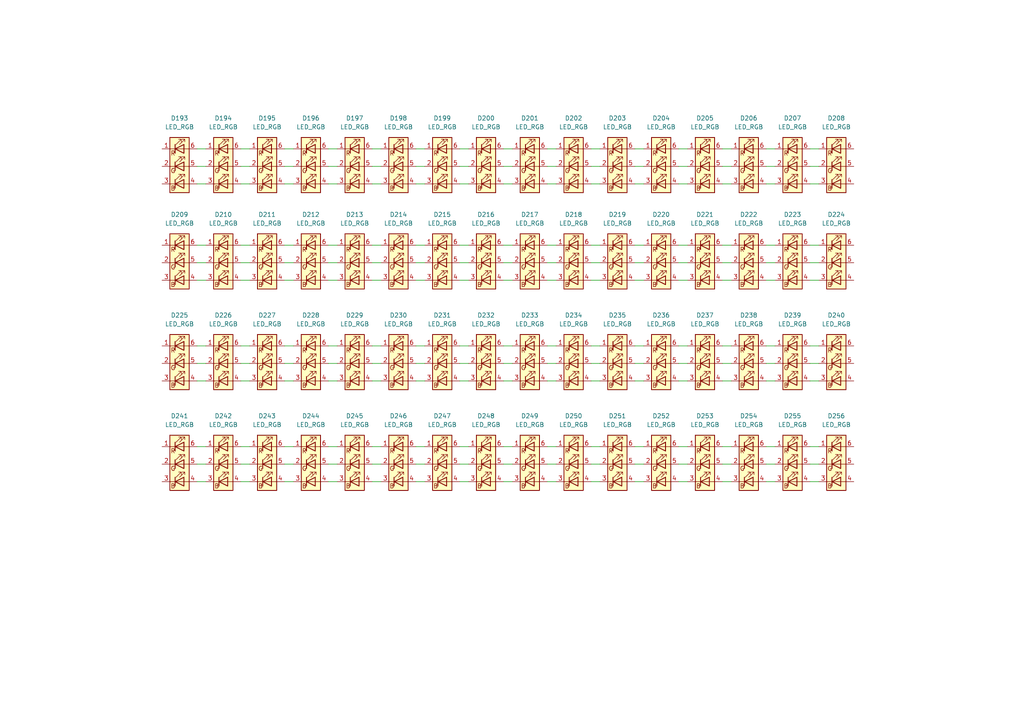
<source format=kicad_sch>
(kicad_sch (version 20250114) (generator "eeschema") (generator_version "9.0")
  (paper "A4")
  (lib_symbols
    (symbol "Device:LED_RGB" (pin_names (offset 0) (hide yes))
      (property "Reference" "D" (at 0 9.398 0))
      (property "Value" "LED_RGB" (at 0 -8.89 0))
      (symbol "LED_RGB_0_0"
        (text "R" (at -1.905 3.81 0) (effects (font (size 1.27 1.27))))
        (text "G" (at -1.905 -1.27 0) (effects (font (size 1.27 1.27))))
        (text "B" (at -1.905 -6.35 0) (effects (font (size 1.27 1.27))))
      )
      (symbol "LED_RGB_0_1"
        (polyline (pts (xy -1.27 6.35) (xy -1.27 3.81)) (stroke (width 0.254)))
        (polyline (pts (xy -1.27 6.35) (xy -1.27 3.81) (xy -1.27 3.81)))
        (polyline (pts (xy -1.27 5.08) (xy -2.54 5.08)))
        (polyline (pts (xy -1.27 5.08) (xy 1.27 5.08)))
        (polyline (pts (xy -1.27 1.27) (xy -1.27 -1.27)) (stroke (width 0.254)))
        (polyline (pts (xy -1.27 1.27) (xy -1.27 -1.27) (xy -1.27 -1.27)))
        (polyline (pts (xy -1.27 0) (xy -2.54 0)))
        (polyline (pts (xy -1.27 -3.81) (xy -1.27 -6.35)) (stroke (width 0.254)))
        (polyline (pts (xy -1.27 -5.08) (xy -2.54 -5.08)))
        (polyline (pts (xy -1.27 -5.08) (xy 1.27 -5.08)))
        (polyline (pts (xy -1.016 6.35) (xy 0.508 7.874) (xy -0.254 7.874) (xy 0.508 7.874) (xy 0.508 7.112)))
        (polyline (pts (xy -1.016 1.27) (xy 0.508 2.794) (xy -0.254 2.794) (xy 0.508 2.794) (xy 0.508 2.032)))
        (polyline (pts (xy -1.016 -3.81) (xy 0.508 -2.286) (xy -0.254 -2.286) (xy 0.508 -2.286) (xy 0.508 -3.048)))
        (polyline (pts (xy 0 6.35) (xy 1.524 7.874) (xy 0.762 7.874) (xy 1.524 7.874) (xy 1.524 7.112)))
        (polyline (pts (xy 0 1.27) (xy 1.524 2.794) (xy 0.762 2.794) (xy 1.524 2.794) (xy 1.524 2.032)))
        (polyline (pts (xy 0 -3.81) (xy 1.524 -2.286) (xy 0.762 -2.286) (xy 1.524 -2.286) (xy 1.524 -3.048)))
        (polyline (pts (xy 1.27 6.35) (xy 1.27 3.81) (xy -1.27 5.08) (xy 1.27 6.35)) (stroke (width 0.254)))
        (rectangle (start 1.27 6.35) (end 1.27 6.35))
        (polyline (pts (xy 1.27 5.08) (xy 2.54 5.08)))
        (rectangle (start 1.27 3.81) (end 1.27 6.35))
        (polyline (pts (xy 1.27 1.27) (xy 1.27 -1.27) (xy -1.27 0) (xy 1.27 1.27)) (stroke (width 0.254)))
        (rectangle (start 1.27 1.27) (end 1.27 1.27))
        (polyline (pts (xy 1.27 0) (xy -1.27 0)))
        (polyline (pts (xy 1.27 0) (xy 2.54 0)))
        (rectangle (start 1.27 -1.27) (end 1.27 1.27))
        (polyline (pts (xy 1.27 -3.81) (xy 1.27 -6.35) (xy -1.27 -5.08) (xy 1.27 -3.81)) (stroke (width 0.254)))
        (polyline (pts (xy 1.27 -5.08) (xy 2.54 -5.08)))
        (rectangle (start 2.794 8.382) (end -2.794 -7.62) (stroke (width 0.254)) (fill (type background)))
      )
      (symbol "LED_RGB_1_1"
        (pin passive line (at -5.08 5.08 0) (length 2.54) (name "RK") (number "1"))
        (pin passive line (at -5.08 0 0) (length 2.54) (name "GK") (number "2"))
        (pin passive line (at -5.08 -5.08 0) (length 2.54) (name "BK") (number "3"))
        (pin passive line (at 5.08 5.08 180) (length 2.54) (name "RA") (number "6"))
        (pin passive line (at 5.08 0 180) (length 2.54) (name "GA") (number "5"))
        (pin passive line (at 5.08 -5.08 180) (length 2.54) (name "BA") (number "4"))
      )
    )
  )
  (wire (pts (xy 148.59 48.26) (xy 146.05 48.26)))
  (wire (pts (xy 97.79 105.41) (xy 95.25 105.41)))
  (wire (pts (xy 97.79 129.54) (xy 95.25 129.54)))
  (wire (pts (xy 85.09 139.7) (xy 82.55 139.7)))
  (wire (pts (xy 161.29 105.41) (xy 158.75 105.41)))
  (wire (pts (xy 237.49 129.54) (xy 234.95 129.54)))
  (wire (pts (xy 148.59 43.18) (xy 146.05 43.18)))
  (wire (pts (xy 59.69 139.7) (xy 57.15 139.7)))
  (wire (pts (xy 72.39 81.28) (xy 69.85 81.28)))
  (wire (pts (xy 173.99 81.28) (xy 171.45 81.28)))
  (wire (pts (xy 148.59 139.7) (xy 146.05 139.7)))
  (wire (pts (xy 135.89 129.54) (xy 133.35 129.54)))
  (wire (pts (xy 186.69 100.33) (xy 184.15 100.33)))
  (wire (pts (xy 135.89 48.26) (xy 133.35 48.26)))
  (wire (pts (xy 237.49 110.49) (xy 234.95 110.49)))
  (wire (pts (xy 85.09 105.41) (xy 82.55 105.41)))
  (wire (pts (xy 161.29 100.33) (xy 158.75 100.33)))
  (wire (pts (xy 85.09 53.34) (xy 82.55 53.34)))
  (wire (pts (xy 161.29 53.34) (xy 158.75 53.34)))
  (wire (pts (xy 173.99 110.49) (xy 171.45 110.49)))
  (wire (pts (xy 224.79 100.33) (xy 222.25 100.33)))
  (wire (pts (xy 237.49 81.28) (xy 234.95 81.28)))
  (wire (pts (xy 224.79 129.54) (xy 222.25 129.54)))
  (wire (pts (xy 97.79 71.12) (xy 95.25 71.12)))
  (wire (pts (xy 97.79 53.34) (xy 95.25 53.34)))
  (wire (pts (xy 237.49 139.7) (xy 234.95 139.7)))
  (wire (pts (xy 59.69 134.62) (xy 57.15 134.62)))
  (wire (pts (xy 59.69 129.54) (xy 57.15 129.54)))
  (wire (pts (xy 85.09 110.49) (xy 82.55 110.49)))
  (wire (pts (xy 161.29 71.12) (xy 158.75 71.12)))
  (wire (pts (xy 110.49 53.34) (xy 107.95 53.34)))
  (wire (pts (xy 237.49 48.26) (xy 234.95 48.26)))
  (wire (pts (xy 123.19 105.41) (xy 120.65 105.41)))
  (wire (pts (xy 224.79 71.12) (xy 222.25 71.12)))
  (wire (pts (xy 135.89 110.49) (xy 133.35 110.49)))
  (wire (pts (xy 212.09 76.2) (xy 209.55 76.2)))
  (wire (pts (xy 110.49 48.26) (xy 107.95 48.26)))
  (wire (pts (xy 85.09 48.26) (xy 82.55 48.26)))
  (wire (pts (xy 123.19 71.12) (xy 120.65 71.12)))
  (wire (pts (xy 186.69 129.54) (xy 184.15 129.54)))
  (wire (pts (xy 123.19 139.7) (xy 120.65 139.7)))
  (wire (pts (xy 161.29 48.26) (xy 158.75 48.26)))
  (wire (pts (xy 123.19 43.18) (xy 120.65 43.18)))
  (wire (pts (xy 72.39 53.34) (xy 69.85 53.34)))
  (wire (pts (xy 186.69 81.28) (xy 184.15 81.28)))
  (wire (pts (xy 199.39 134.62) (xy 196.85 134.62)))
  (wire (pts (xy 97.79 139.7) (xy 95.25 139.7)))
  (wire (pts (xy 161.29 139.7) (xy 158.75 139.7)))
  (wire (pts (xy 224.79 81.28) (xy 222.25 81.28)))
  (wire (pts (xy 123.19 53.34) (xy 120.65 53.34)))
  (wire (pts (xy 186.69 48.26) (xy 184.15 48.26)))
  (wire (pts (xy 212.09 134.62) (xy 209.55 134.62)))
  (wire (pts (xy 97.79 76.2) (xy 95.25 76.2)))
  (wire (pts (xy 148.59 134.62) (xy 146.05 134.62)))
  (wire (pts (xy 148.59 110.49) (xy 146.05 110.49)))
  (wire (pts (xy 59.69 100.33) (xy 57.15 100.33)))
  (wire (pts (xy 161.29 110.49) (xy 158.75 110.49)))
  (wire (pts (xy 212.09 105.41) (xy 209.55 105.41)))
  (wire (pts (xy 199.39 110.49) (xy 196.85 110.49)))
  (wire (pts (xy 199.39 48.26) (xy 196.85 48.26)))
  (wire (pts (xy 72.39 71.12) (xy 69.85 71.12)))
  (wire (pts (xy 85.09 43.18) (xy 82.55 43.18)))
  (wire (pts (xy 173.99 48.26) (xy 171.45 48.26)))
  (wire (pts (xy 110.49 76.2) (xy 107.95 76.2)))
  (wire (pts (xy 212.09 129.54) (xy 209.55 129.54)))
  (wire (pts (xy 148.59 100.33) (xy 146.05 100.33)))
  (wire (pts (xy 110.49 43.18) (xy 107.95 43.18)))
  (wire (pts (xy 212.09 100.33) (xy 209.55 100.33)))
  (wire (pts (xy 135.89 139.7) (xy 133.35 139.7)))
  (wire (pts (xy 59.69 48.26) (xy 57.15 48.26)))
  (wire (pts (xy 173.99 71.12) (xy 171.45 71.12)))
  (wire (pts (xy 72.39 105.41) (xy 69.85 105.41)))
  (wire (pts (xy 173.99 134.62) (xy 171.45 134.62)))
  (wire (pts (xy 110.49 100.33) (xy 107.95 100.33)))
  (wire (pts (xy 224.79 48.26) (xy 222.25 48.26)))
  (wire (pts (xy 199.39 139.7) (xy 196.85 139.7)))
  (wire (pts (xy 110.49 81.28) (xy 107.95 81.28)))
  (wire (pts (xy 135.89 134.62) (xy 133.35 134.62)))
  (wire (pts (xy 199.39 100.33) (xy 196.85 100.33)))
  (wire (pts (xy 173.99 76.2) (xy 171.45 76.2)))
  (wire (pts (xy 59.69 43.18) (xy 57.15 43.18)))
  (wire (pts (xy 212.09 71.12) (xy 209.55 71.12)))
  (wire (pts (xy 135.89 100.33) (xy 133.35 100.33)))
  (wire (pts (xy 186.69 105.41) (xy 184.15 105.41)))
  (wire (pts (xy 186.69 139.7) (xy 184.15 139.7)))
  (wire (pts (xy 135.89 81.28) (xy 133.35 81.28)))
  (wire (pts (xy 161.29 81.28) (xy 158.75 81.28)))
  (wire (pts (xy 186.69 134.62) (xy 184.15 134.62)))
  (wire (pts (xy 123.19 100.33) (xy 120.65 100.33)))
  (wire (pts (xy 110.49 139.7) (xy 107.95 139.7)))
  (wire (pts (xy 59.69 105.41) (xy 57.15 105.41)))
  (wire (pts (xy 135.89 71.12) (xy 133.35 71.12)))
  (wire (pts (xy 72.39 139.7) (xy 69.85 139.7)))
  (wire (pts (xy 161.29 43.18) (xy 158.75 43.18)))
  (wire (pts (xy 173.99 139.7) (xy 171.45 139.7)))
  (wire (pts (xy 85.09 129.54) (xy 82.55 129.54)))
  (wire (pts (xy 123.19 129.54) (xy 120.65 129.54)))
  (wire (pts (xy 59.69 71.12) (xy 57.15 71.12)))
  (wire (pts (xy 237.49 43.18) (xy 234.95 43.18)))
  (wire (pts (xy 85.09 134.62) (xy 82.55 134.62)))
  (wire (pts (xy 224.79 105.41) (xy 222.25 105.41)))
  (wire (pts (xy 135.89 76.2) (xy 133.35 76.2)))
  (wire (pts (xy 212.09 81.28) (xy 209.55 81.28)))
  (wire (pts (xy 212.09 139.7) (xy 209.55 139.7)))
  (wire (pts (xy 123.19 76.2) (xy 120.65 76.2)))
  (wire (pts (xy 59.69 76.2) (xy 57.15 76.2)))
  (wire (pts (xy 237.49 76.2) (xy 234.95 76.2)))
  (wire (pts (xy 85.09 81.28) (xy 82.55 81.28)))
  (wire (pts (xy 59.69 53.34) (xy 57.15 53.34)))
  (wire (pts (xy 199.39 105.41) (xy 196.85 105.41)))
  (wire (pts (xy 161.29 129.54) (xy 158.75 129.54)))
  (wire (pts (xy 85.09 100.33) (xy 82.55 100.33)))
  (wire (pts (xy 186.69 76.2) (xy 184.15 76.2)))
  (wire (pts (xy 173.99 53.34) (xy 171.45 53.34)))
  (wire (pts (xy 148.59 81.28) (xy 146.05 81.28)))
  (wire (pts (xy 97.79 134.62) (xy 95.25 134.62)))
  (wire (pts (xy 148.59 105.41) (xy 146.05 105.41)))
  (wire (pts (xy 110.49 71.12) (xy 107.95 71.12)))
  (wire (pts (xy 135.89 105.41) (xy 133.35 105.41)))
  (wire (pts (xy 237.49 100.33) (xy 234.95 100.33)))
  (wire (pts (xy 135.89 43.18) (xy 133.35 43.18)))
  (wire (pts (xy 110.49 110.49) (xy 107.95 110.49)))
  (wire (pts (xy 85.09 71.12) (xy 82.55 71.12)))
  (wire (pts (xy 173.99 129.54) (xy 171.45 129.54)))
  (wire (pts (xy 173.99 100.33) (xy 171.45 100.33)))
  (wire (pts (xy 224.79 53.34) (xy 222.25 53.34)))
  (wire (pts (xy 161.29 134.62) (xy 158.75 134.62)))
  (wire (pts (xy 212.09 110.49) (xy 209.55 110.49)))
  (wire (pts (xy 148.59 71.12) (xy 146.05 71.12)))
  (wire (pts (xy 72.39 134.62) (xy 69.85 134.62)))
  (wire (pts (xy 97.79 110.49) (xy 95.25 110.49)))
  (wire (pts (xy 72.39 48.26) (xy 69.85 48.26)))
  (wire (pts (xy 212.09 48.26) (xy 209.55 48.26)))
  (wire (pts (xy 199.39 81.28) (xy 196.85 81.28)))
  (wire (pts (xy 212.09 53.34) (xy 209.55 53.34)))
  (wire (pts (xy 186.69 53.34) (xy 184.15 53.34)))
  (wire (pts (xy 237.49 134.62) (xy 234.95 134.62)))
  (wire (pts (xy 97.79 48.26) (xy 95.25 48.26)))
  (wire (pts (xy 199.39 129.54) (xy 196.85 129.54)))
  (wire (pts (xy 97.79 43.18) (xy 95.25 43.18)))
  (wire (pts (xy 110.49 105.41) (xy 107.95 105.41)))
  (wire (pts (xy 123.19 134.62) (xy 120.65 134.62)))
  (wire (pts (xy 199.39 53.34) (xy 196.85 53.34)))
  (wire (pts (xy 123.19 110.49) (xy 120.65 110.49)))
  (wire (pts (xy 72.39 43.18) (xy 69.85 43.18)))
  (wire (pts (xy 110.49 134.62) (xy 107.95 134.62)))
  (wire (pts (xy 148.59 76.2) (xy 146.05 76.2)))
  (wire (pts (xy 237.49 105.41) (xy 234.95 105.41)))
  (wire (pts (xy 72.39 129.54) (xy 69.85 129.54)))
  (wire (pts (xy 161.29 76.2) (xy 158.75 76.2)))
  (wire (pts (xy 224.79 139.7) (xy 222.25 139.7)))
  (wire (pts (xy 97.79 81.28) (xy 95.25 81.28)))
  (wire (pts (xy 110.49 129.54) (xy 107.95 129.54)))
  (wire (pts (xy 224.79 110.49) (xy 222.25 110.49)))
  (wire (pts (xy 148.59 129.54) (xy 146.05 129.54)))
  (wire (pts (xy 97.79 100.33) (xy 95.25 100.33)))
  (wire (pts (xy 237.49 71.12) (xy 234.95 71.12)))
  (wire (pts (xy 186.69 110.49) (xy 184.15 110.49)))
  (wire (pts (xy 123.19 48.26) (xy 120.65 48.26)))
  (wire (pts (xy 85.09 76.2) (xy 82.55 76.2)))
  (wire (pts (xy 199.39 43.18) (xy 196.85 43.18)))
  (wire (pts (xy 199.39 71.12) (xy 196.85 71.12)))
  (wire (pts (xy 173.99 43.18) (xy 171.45 43.18)))
  (wire (pts (xy 224.79 43.18) (xy 222.25 43.18)))
  (wire (pts (xy 212.09 43.18) (xy 209.55 43.18)))
  (wire (pts (xy 199.39 76.2) (xy 196.85 76.2)))
  (wire (pts (xy 186.69 71.12) (xy 184.15 71.12)))
  (wire (pts (xy 135.89 53.34) (xy 133.35 53.34)))
  (wire (pts (xy 72.39 110.49) (xy 69.85 110.49)))
  (wire (pts (xy 173.99 105.41) (xy 171.45 105.41)))
  (wire (pts (xy 72.39 76.2) (xy 69.85 76.2)))
  (wire (pts (xy 224.79 76.2) (xy 222.25 76.2)))
  (wire (pts (xy 148.59 53.34) (xy 146.05 53.34)))
  (wire (pts (xy 123.19 81.28) (xy 120.65 81.28)))
  (wire (pts (xy 224.79 134.62) (xy 222.25 134.62)))
  (wire (pts (xy 59.69 110.49) (xy 57.15 110.49)))
  (wire (pts (xy 237.49 53.34) (xy 234.95 53.34)))
  (wire (pts (xy 186.69 43.18) (xy 184.15 43.18)))
  (wire (pts (xy 59.69 81.28) (xy 57.15 81.28)))
  (wire (pts (xy 72.39 100.33) (xy 69.85 100.33)))
  (symbol (lib_id "Device:LED_RGB") (at 204.47 134.62 0) (unit 1)
    (property "Reference" "D253" (at 204.47 120.65 0))
    (property "Value" "LED_RGB" (at 204.47 123.19 0))
    (property "Description" "RGB LED, 6 pin package" (effects (hide yes)))
  )
  (symbol (lib_id "Device:LED_RGB") (at 128.27 48.26 0) (unit 1)
    (property "Reference" "D199" (at 128.27 34.29 0))
    (property "Value" "LED_RGB" (at 128.27 36.83 0))
    (property "Description" "RGB LED, 6 pin package" (effects (hide yes)))
  )
  (symbol (lib_id "Device:LED_RGB") (at 191.77 76.2 0) (unit 1)
    (property "Reference" "D220" (at 191.77 62.23 0))
    (property "Value" "LED_RGB" (at 191.77 64.77 0))
    (property "Description" "RGB LED, 6 pin package" (effects (hide yes)))
  )
  (symbol (lib_id "Device:LED_RGB") (at 77.47 105.41 0) (unit 1)
    (property "Reference" "D227" (at 77.47 91.44 0))
    (property "Value" "LED_RGB" (at 77.47 93.98 0))
    (property "Description" "RGB LED, 6 pin package" (effects (hide yes)))
  )
  (symbol (lib_id "Device:LED_RGB") (at 204.47 76.2 0) (unit 1)
    (property "Reference" "D221" (at 204.47 62.23 0))
    (property "Value" "LED_RGB" (at 204.47 64.77 0))
    (property "Description" "RGB LED, 6 pin package" (effects (hide yes)))
  )
  (symbol (lib_id "Device:LED_RGB") (at 102.87 134.62 0) (unit 1)
    (property "Reference" "D245" (at 102.87 120.65 0))
    (property "Value" "LED_RGB" (at 102.87 123.19 0))
    (property "Description" "RGB LED, 6 pin package" (effects (hide yes)))
  )
  (symbol (lib_id "Device:LED_RGB") (at 166.37 48.26 0) (unit 1)
    (property "Reference" "D202" (at 166.37 34.29 0))
    (property "Value" "LED_RGB" (at 166.37 36.83 0))
    (property "Description" "RGB LED, 6 pin package" (effects (hide yes)))
  )
  (symbol (lib_id "Device:LED_RGB") (at 90.17 76.2 0) (unit 1)
    (property "Reference" "D212" (at 90.17 62.23 0))
    (property "Value" "LED_RGB" (at 90.17 64.77 0))
    (property "Description" "RGB LED, 6 pin package" (effects (hide yes)))
  )
  (symbol (lib_id "Device:LED_RGB") (at 90.17 48.26 0) (unit 1)
    (property "Reference" "D196" (at 90.17 34.29 0))
    (property "Value" "LED_RGB" (at 90.17 36.83 0))
    (property "Description" "RGB LED, 6 pin package" (effects (hide yes)))
  )
  (symbol (lib_id "Device:LED_RGB") (at 64.77 105.41 0) (unit 1)
    (property "Reference" "D226" (at 64.77 91.44 0))
    (property "Value" "LED_RGB" (at 64.77 93.98 0))
    (property "Description" "RGB LED, 6 pin package" (effects (hide yes)))
  )
  (symbol (lib_id "Device:LED_RGB") (at 102.87 76.2 0) (unit 1)
    (property "Reference" "D213" (at 102.87 62.23 0))
    (property "Value" "LED_RGB" (at 102.87 64.77 0))
    (property "Description" "RGB LED, 6 pin package" (effects (hide yes)))
  )
  (symbol (lib_id "Device:LED_RGB") (at 242.57 134.62 0) (unit 1)
    (property "Reference" "D256" (at 242.57 120.65 0))
    (property "Value" "LED_RGB" (at 242.57 123.19 0))
    (property "Description" "RGB LED, 6 pin package" (effects (hide yes)))
  )
  (symbol (lib_id "Device:LED_RGB") (at 77.47 76.2 0) (unit 1)
    (property "Reference" "D211" (at 77.47 62.23 0))
    (property "Value" "LED_RGB" (at 77.47 64.77 0))
    (property "Description" "RGB LED, 6 pin package" (effects (hide yes)))
  )
  (symbol (lib_id "Device:LED_RGB") (at 115.57 76.2 0) (unit 1)
    (property "Reference" "D214" (at 115.57 62.23 0))
    (property "Value" "LED_RGB" (at 115.57 64.77 0))
    (property "Description" "RGB LED, 6 pin package" (effects (hide yes)))
  )
  (symbol (lib_id "Device:LED_RGB") (at 217.17 134.62 0) (unit 1)
    (property "Reference" "D254" (at 217.17 120.65 0))
    (property "Value" "LED_RGB" (at 217.17 123.19 0))
    (property "Description" "RGB LED, 6 pin package" (effects (hide yes)))
  )
  (symbol (lib_id "Device:LED_RGB") (at 52.07 48.26 0) (unit 1)
    (property "Reference" "D193" (at 52.07 34.29 0))
    (property "Value" "LED_RGB" (at 52.07 36.83 0))
    (property "Description" "RGB LED, 6 pin package" (effects (hide yes)))
  )
  (symbol (lib_id "Device:LED_RGB") (at 115.57 134.62 0) (unit 1)
    (property "Reference" "D246" (at 115.57 120.65 0))
    (property "Value" "LED_RGB" (at 115.57 123.19 0))
    (property "Description" "RGB LED, 6 pin package" (effects (hide yes)))
  )
  (symbol (lib_id "Device:LED_RGB") (at 166.37 105.41 0) (unit 1)
    (property "Reference" "D234" (at 166.37 91.44 0))
    (property "Value" "LED_RGB" (at 166.37 93.98 0))
    (property "Description" "RGB LED, 6 pin package" (effects (hide yes)))
  )
  (symbol (lib_id "Device:LED_RGB") (at 102.87 48.26 0) (unit 1)
    (property "Reference" "D197" (at 102.87 34.29 0))
    (property "Value" "LED_RGB" (at 102.87 36.83 0))
    (property "Description" "RGB LED, 6 pin package" (effects (hide yes)))
  )
  (symbol (lib_id "Device:LED_RGB") (at 179.07 105.41 0) (unit 1)
    (property "Reference" "D235" (at 179.07 91.44 0))
    (property "Value" "LED_RGB" (at 179.07 93.98 0))
    (property "Description" "RGB LED, 6 pin package" (effects (hide yes)))
  )
  (symbol (lib_id "Device:LED_RGB") (at 242.57 105.41 0) (unit 1)
    (property "Reference" "D240" (at 242.57 91.44 0))
    (property "Value" "LED_RGB" (at 242.57 93.98 0))
    (property "Description" "RGB LED, 6 pin package" (effects (hide yes)))
  )
  (symbol (lib_id "Device:LED_RGB") (at 140.97 76.2 0) (unit 1)
    (property "Reference" "D216" (at 140.97 62.23 0))
    (property "Value" "LED_RGB" (at 140.97 64.77 0))
    (property "Description" "RGB LED, 6 pin package" (effects (hide yes)))
  )
  (symbol (lib_id "Device:LED_RGB") (at 115.57 105.41 0) (unit 1)
    (property "Reference" "D230" (at 115.57 91.44 0))
    (property "Value" "LED_RGB" (at 115.57 93.98 0))
    (property "Description" "RGB LED, 6 pin package" (effects (hide yes)))
  )
  (symbol (lib_id "Device:LED_RGB") (at 90.17 134.62 0) (unit 1)
    (property "Reference" "D244" (at 90.17 120.65 0))
    (property "Value" "LED_RGB" (at 90.17 123.19 0))
    (property "Description" "RGB LED, 6 pin package" (effects (hide yes)))
  )
  (symbol (lib_id "Device:LED_RGB") (at 204.47 48.26 0) (unit 1)
    (property "Reference" "D205" (at 204.47 34.29 0))
    (property "Value" "LED_RGB" (at 204.47 36.83 0))
    (property "Description" "RGB LED, 6 pin package" (effects (hide yes)))
  )
  (symbol (lib_id "Device:LED_RGB") (at 179.07 134.62 0) (unit 1)
    (property "Reference" "D251" (at 179.07 120.65 0))
    (property "Value" "LED_RGB" (at 179.07 123.19 0))
    (property "Description" "RGB LED, 6 pin package" (effects (hide yes)))
  )
  (symbol (lib_id "Device:LED_RGB") (at 166.37 76.2 0) (unit 1)
    (property "Reference" "D218" (at 166.37 62.23 0))
    (property "Value" "LED_RGB" (at 166.37 64.77 0))
    (property "Description" "RGB LED, 6 pin package" (effects (hide yes)))
  )
  (symbol (lib_id "Device:LED_RGB") (at 217.17 76.2 0) (unit 1)
    (property "Reference" "D222" (at 217.17 62.23 0))
    (property "Value" "LED_RGB" (at 217.17 64.77 0))
    (property "Description" "RGB LED, 6 pin package" (effects (hide yes)))
  )
  (symbol (lib_id "Device:LED_RGB") (at 64.77 134.62 0) (unit 1)
    (property "Reference" "D242" (at 64.77 120.65 0))
    (property "Value" "LED_RGB" (at 64.77 123.19 0))
    (property "Description" "RGB LED, 6 pin package" (effects (hide yes)))
  )
  (symbol (lib_id "Device:LED_RGB") (at 229.87 134.62 0) (unit 1)
    (property "Reference" "D255" (at 229.87 120.65 0))
    (property "Value" "LED_RGB" (at 229.87 123.19 0))
    (property "Description" "RGB LED, 6 pin package" (effects (hide yes)))
  )
  (symbol (lib_id "Device:LED_RGB") (at 179.07 76.2 0) (unit 1)
    (property "Reference" "D219" (at 179.07 62.23 0))
    (property "Value" "LED_RGB" (at 179.07 64.77 0))
    (property "Description" "RGB LED, 6 pin package" (effects (hide yes)))
  )
  (symbol (lib_id "Device:LED_RGB") (at 140.97 134.62 0) (unit 1)
    (property "Reference" "D248" (at 140.97 120.65 0))
    (property "Value" "LED_RGB" (at 140.97 123.19 0))
    (property "Description" "RGB LED, 6 pin package" (effects (hide yes)))
  )
  (symbol (lib_id "Device:LED_RGB") (at 128.27 134.62 0) (unit 1)
    (property "Reference" "D247" (at 128.27 120.65 0))
    (property "Value" "LED_RGB" (at 128.27 123.19 0))
    (property "Description" "RGB LED, 6 pin package" (effects (hide yes)))
  )
  (symbol (lib_id "Device:LED_RGB") (at 217.17 105.41 0) (unit 1)
    (property "Reference" "D238" (at 217.17 91.44 0))
    (property "Value" "LED_RGB" (at 217.17 93.98 0))
    (property "Description" "RGB LED, 6 pin package" (effects (hide yes)))
  )
  (symbol (lib_id "Device:LED_RGB") (at 52.07 105.41 0) (unit 1)
    (property "Reference" "D225" (at 52.07 91.44 0))
    (property "Value" "LED_RGB" (at 52.07 93.98 0))
    (property "Description" "RGB LED, 6 pin package" (effects (hide yes)))
  )
  (symbol (lib_id "Device:LED_RGB") (at 52.07 134.62 0) (unit 1)
    (property "Reference" "D241" (at 52.07 120.65 0))
    (property "Value" "LED_RGB" (at 52.07 123.19 0))
    (property "Description" "RGB LED, 6 pin package" (effects (hide yes)))
  )
  (symbol (lib_id "Device:LED_RGB") (at 153.67 134.62 0) (unit 1)
    (property "Reference" "D249" (at 153.67 120.65 0))
    (property "Value" "LED_RGB" (at 153.67 123.19 0))
    (property "Description" "RGB LED, 6 pin package" (effects (hide yes)))
  )
  (symbol (lib_id "Device:LED_RGB") (at 102.87 105.41 0) (unit 1)
    (property "Reference" "D229" (at 102.87 91.44 0))
    (property "Value" "LED_RGB" (at 102.87 93.98 0))
    (property "Description" "RGB LED, 6 pin package" (effects (hide yes)))
  )
  (symbol (lib_id "Device:LED_RGB") (at 191.77 134.62 0) (unit 1)
    (property "Reference" "D252" (at 191.77 120.65 0))
    (property "Value" "LED_RGB" (at 191.77 123.19 0))
    (property "Description" "RGB LED, 6 pin package" (effects (hide yes)))
  )
  (symbol (lib_id "Device:LED_RGB") (at 179.07 48.26 0) (unit 1)
    (property "Reference" "D203" (at 179.07 34.29 0))
    (property "Value" "LED_RGB" (at 179.07 36.83 0))
    (property "Description" "RGB LED, 6 pin package" (effects (hide yes)))
  )
  (symbol (lib_id "Device:LED_RGB") (at 166.37 134.62 0) (unit 1)
    (property "Reference" "D250" (at 166.37 120.65 0))
    (property "Value" "LED_RGB" (at 166.37 123.19 0))
    (property "Description" "RGB LED, 6 pin package" (effects (hide yes)))
  )
  (symbol (lib_id "Device:LED_RGB") (at 153.67 48.26 0) (unit 1)
    (property "Reference" "D201" (at 153.67 34.29 0))
    (property "Value" "LED_RGB" (at 153.67 36.83 0))
    (property "Description" "RGB LED, 6 pin package" (effects (hide yes)))
  )
  (symbol (lib_id "Device:LED_RGB") (at 115.57 48.26 0) (unit 1)
    (property "Reference" "D198" (at 115.57 34.29 0))
    (property "Value" "LED_RGB" (at 115.57 36.83 0))
    (property "Description" "RGB LED, 6 pin package" (effects (hide yes)))
  )
  (symbol (lib_id "Device:LED_RGB") (at 77.47 48.26 0) (unit 1)
    (property "Reference" "D195" (at 77.47 34.29 0))
    (property "Value" "LED_RGB" (at 77.47 36.83 0))
    (property "Description" "RGB LED, 6 pin package" (effects (hide yes)))
  )
  (symbol (lib_id "Device:LED_RGB") (at 229.87 76.2 0) (unit 1)
    (property "Reference" "D223" (at 229.87 62.23 0))
    (property "Value" "LED_RGB" (at 229.87 64.77 0))
    (property "Description" "RGB LED, 6 pin package" (effects (hide yes)))
  )
  (symbol (lib_id "Device:LED_RGB") (at 229.87 105.41 0) (unit 1)
    (property "Reference" "D239" (at 229.87 91.44 0))
    (property "Value" "LED_RGB" (at 229.87 93.98 0))
    (property "Description" "RGB LED, 6 pin package" (effects (hide yes)))
  )
  (symbol (lib_id "Device:LED_RGB") (at 229.87 48.26 0) (unit 1)
    (property "Reference" "D207" (at 229.87 34.29 0))
    (property "Value" "LED_RGB" (at 229.87 36.83 0))
    (property "Description" "RGB LED, 6 pin package" (effects (hide yes)))
  )
  (symbol (lib_id "Device:LED_RGB") (at 242.57 76.2 0) (unit 1)
    (property "Reference" "D224" (at 242.57 62.23 0))
    (property "Value" "LED_RGB" (at 242.57 64.77 0))
    (property "Description" "RGB LED, 6 pin package" (effects (hide yes)))
  )
  (symbol (lib_id "Device:LED_RGB") (at 140.97 48.26 0) (unit 1)
    (property "Reference" "D200" (at 140.97 34.29 0))
    (property "Value" "LED_RGB" (at 140.97 36.83 0))
    (property "Description" "RGB LED, 6 pin package" (effects (hide yes)))
  )
  (symbol (lib_id "Device:LED_RGB") (at 128.27 76.2 0) (unit 1)
    (property "Reference" "D215" (at 128.27 62.23 0))
    (property "Value" "LED_RGB" (at 128.27 64.77 0))
    (property "Description" "RGB LED, 6 pin package" (effects (hide yes)))
  )
  (symbol (lib_id "Device:LED_RGB") (at 153.67 105.41 0) (unit 1)
    (property "Reference" "D233" (at 153.67 91.44 0))
    (property "Value" "LED_RGB" (at 153.67 93.98 0))
    (property "Description" "RGB LED, 6 pin package" (effects (hide yes)))
  )
  (symbol (lib_id "Device:LED_RGB") (at 242.57 48.26 0) (unit 1)
    (property "Reference" "D208" (at 242.57 34.29 0))
    (property "Value" "LED_RGB" (at 242.57 36.83 0))
    (property "Description" "RGB LED, 6 pin package" (effects (hide yes)))
  )
  (symbol (lib_id "Device:LED_RGB") (at 204.47 105.41 0) (unit 1)
    (property "Reference" "D237" (at 204.47 91.44 0))
    (property "Value" "LED_RGB" (at 204.47 93.98 0))
    (property "Description" "RGB LED, 6 pin package" (effects (hide yes)))
  )
  (symbol (lib_id "Device:LED_RGB") (at 77.47 134.62 0) (unit 1)
    (property "Reference" "D243" (at 77.47 120.65 0))
    (property "Value" "LED_RGB" (at 77.47 123.19 0))
    (property "Description" "RGB LED, 6 pin package" (effects (hide yes)))
  )
  (symbol (lib_id "Device:LED_RGB") (at 191.77 48.26 0) (unit 1)
    (property "Reference" "D204" (at 191.77 34.29 0))
    (property "Value" "LED_RGB" (at 191.77 36.83 0))
    (property "Description" "RGB LED, 6 pin package" (effects (hide yes)))
  )
  (symbol (lib_id "Device:LED_RGB") (at 128.27 105.41 0) (unit 1)
    (property "Reference" "D231" (at 128.27 91.44 0))
    (property "Value" "LED_RGB" (at 128.27 93.98 0))
    (property "Description" "RGB LED, 6 pin package" (effects (hide yes)))
  )
  (symbol (lib_id "Device:LED_RGB") (at 191.77 105.41 0) (unit 1)
    (property "Reference" "D236" (at 191.77 91.44 0))
    (property "Value" "LED_RGB" (at 191.77 93.98 0))
    (property "Description" "RGB LED, 6 pin package" (effects (hide yes)))
  )
  (symbol (lib_id "Device:LED_RGB") (at 64.77 76.2 0) (unit 1)
    (property "Reference" "D210" (at 64.77 62.23 0))
    (property "Value" "LED_RGB" (at 64.77 64.77 0))
    (property "Description" "RGB LED, 6 pin package" (effects (hide yes)))
  )
  (symbol (lib_id "Device:LED_RGB") (at 153.67 76.2 0) (unit 1)
    (property "Reference" "D217" (at 153.67 62.23 0))
    (property "Value" "LED_RGB" (at 153.67 64.77 0))
    (property "Description" "RGB LED, 6 pin package" (effects (hide yes)))
  )
  (symbol (lib_id "Device:LED_RGB") (at 90.17 105.41 0) (unit 1)
    (property "Reference" "D228" (at 90.17 91.44 0))
    (property "Value" "LED_RGB" (at 90.17 93.98 0))
    (property "Description" "RGB LED, 6 pin package" (effects (hide yes)))
  )
  (symbol (lib_id "Device:LED_RGB") (at 140.97 105.41 0) (unit 1)
    (property "Reference" "D232" (at 140.97 91.44 0))
    (property "Value" "LED_RGB" (at 140.97 93.98 0))
    (property "Description" "RGB LED, 6 pin package" (effects (hide yes)))
  )
  (symbol (lib_id "Device:LED_RGB") (at 217.17 48.26 0) (unit 1)
    (property "Reference" "D206" (at 217.17 34.29 0))
    (property "Value" "LED_RGB" (at 217.17 36.83 0))
    (property "Description" "RGB LED, 6 pin package" (effects (hide yes)))
  )
  (symbol (lib_id "Device:LED_RGB") (at 52.07 76.2 0) (unit 1)
    (property "Reference" "D209" (at 52.07 62.23 0))
    (property "Value" "LED_RGB" (at 52.07 64.77 0))
    (property "Description" "RGB LED, 6 pin package" (effects (hide yes)))
  )
  (symbol (lib_id "Device:LED_RGB") (at 64.77 48.26 0) (unit 1)
    (property "Reference" "D194" (at 64.77 34.29 0))
    (property "Value" "LED_RGB" (at 64.77 36.83 0))
    (property "Description" "RGB LED, 6 pin package" (effects (hide yes)))
  )
)
</source>
